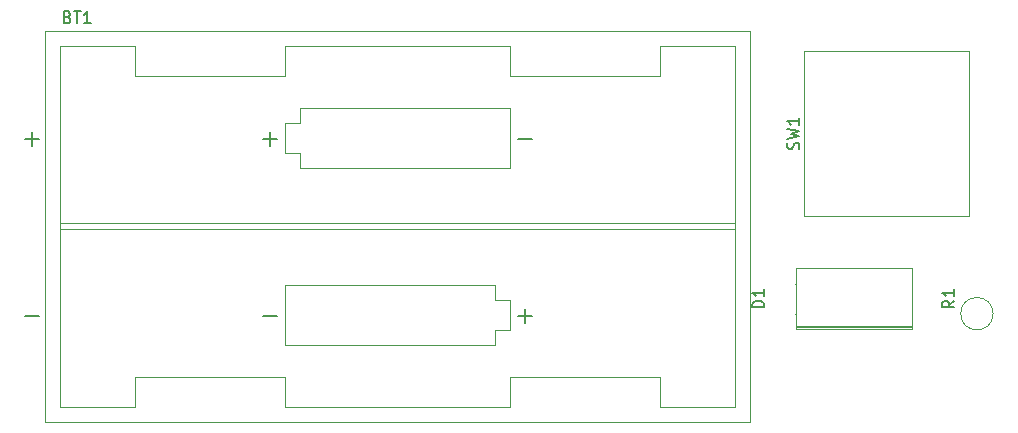
<source format=gbr>
G04 #@! TF.GenerationSoftware,KiCad,Pcbnew,5.0.0*
G04 #@! TF.CreationDate,2018-10-11T20:27:33+01:00*
G04 #@! TF.ProjectId,keyboard1,6B6579626F617264312E6B696361645F,rev?*
G04 #@! TF.SameCoordinates,Original*
G04 #@! TF.FileFunction,Legend,Top*
G04 #@! TF.FilePolarity,Positive*
%FSLAX46Y46*%
G04 Gerber Fmt 4.6, Leading zero omitted, Abs format (unit mm)*
G04 Created by KiCad (PCBNEW 5.0.0) date Thu Oct 11 20:27:33 2018*
%MOMM*%
%LPD*%
G01*
G04 APERTURE LIST*
%ADD10C,0.120000*%
%ADD11C,0.150000*%
G04 APERTURE END LIST*
D10*
G04 #@! TO.C,BT1*
X83690000Y-58700001D02*
X83690000Y-25580001D01*
X23980000Y-58700001D02*
X83690000Y-58700001D01*
X23980000Y-25580001D02*
X23980000Y-58700001D01*
X83690000Y-25580001D02*
X23980000Y-25580001D01*
X44295000Y-52175001D02*
X44295000Y-47095001D01*
X44295000Y-47095001D02*
X62075000Y-47095001D01*
X62075000Y-47095001D02*
X62075000Y-48365001D01*
X62075000Y-48365001D02*
X63345000Y-48365001D01*
X63345000Y-48365001D02*
X63345000Y-50905001D01*
X63345000Y-50905001D02*
X62075000Y-50905001D01*
X62075000Y-50905001D02*
X62075000Y-52175001D01*
X62075000Y-52175001D02*
X44295000Y-52175001D01*
X63345000Y-33375001D02*
X63345000Y-37185001D01*
X63345000Y-37185001D02*
X45565000Y-37185001D01*
X45565000Y-37185001D02*
X45565000Y-35915001D01*
X45565000Y-35915001D02*
X44295000Y-35915001D01*
X44295000Y-35915001D02*
X44295000Y-33375001D01*
X44295000Y-33375001D02*
X45565000Y-33375001D01*
X45565000Y-33375001D02*
X45565000Y-32105001D01*
X45565000Y-32105001D02*
X63345000Y-32105001D01*
X63345000Y-32105001D02*
X63345000Y-33375001D01*
X25250000Y-41886001D02*
X82420000Y-41886001D01*
X82420000Y-42394001D02*
X25250000Y-42394001D01*
X44295000Y-54890001D02*
X44295000Y-57430001D01*
X44295000Y-57430001D02*
X63345000Y-57430001D01*
X63345000Y-57430001D02*
X63345000Y-54890001D01*
X76045000Y-29390001D02*
X63345000Y-29390001D01*
X63345000Y-29390001D02*
X63345000Y-26850001D01*
X63345000Y-26850001D02*
X44295000Y-26850001D01*
X44295000Y-26850001D02*
X44295000Y-29390001D01*
X76045000Y-54890001D02*
X63345000Y-54890001D01*
X31595000Y-29390001D02*
X44295000Y-29390001D01*
X31595000Y-29390001D02*
X31595000Y-26850001D01*
X31595000Y-26850001D02*
X25250000Y-26850001D01*
X25250000Y-26850001D02*
X25250000Y-57430001D01*
X25250000Y-57430001D02*
X31595000Y-57430001D01*
X31595000Y-57430001D02*
X31595000Y-54890001D01*
X31595000Y-54890001D02*
X44295000Y-54890001D01*
X82420000Y-26850001D02*
X76045000Y-26850001D01*
X76045000Y-26850001D02*
X76045000Y-29390001D01*
X82420000Y-26850001D02*
X82420000Y-57430001D01*
X82420000Y-57430001D02*
X76045000Y-57430001D01*
X76045000Y-57430001D02*
X76045000Y-54890001D01*
G04 #@! TO.C,D1*
X87570000Y-50820000D02*
X97390000Y-50820000D01*
X97390000Y-50820000D02*
X97390000Y-45700000D01*
X97390000Y-45700000D02*
X87570000Y-45700000D01*
X87570000Y-45700000D02*
X87570000Y-50820000D01*
X87570000Y-50700000D02*
X97390000Y-50700000D01*
X87570000Y-50580000D02*
X97390000Y-50580000D01*
X87440000Y-49530000D02*
X87570000Y-49530000D01*
X87570000Y-49530000D02*
X87570000Y-49530000D01*
X87570000Y-49530000D02*
X87440000Y-49530000D01*
X87440000Y-49530000D02*
X87440000Y-49530000D01*
X87440000Y-46990000D02*
X87570000Y-46990000D01*
X87570000Y-46990000D02*
X87570000Y-46990000D01*
X87570000Y-46990000D02*
X87440000Y-46990000D01*
X87440000Y-46990000D02*
X87440000Y-46990000D01*
G04 #@! TO.C,R1*
X104240000Y-49530000D02*
G75*
G03X104240000Y-49530000I-1370000J0D01*
G01*
X102870000Y-48160000D02*
X102870000Y-48090000D01*
G04 #@! TO.C,SW1*
X88265000Y-41275000D02*
X88265000Y-27305000D01*
X88265000Y-27305000D02*
X102235000Y-27305000D01*
X102235000Y-27305000D02*
X102235000Y-41275000D01*
X102235000Y-41275000D02*
X88265000Y-41275000D01*
G04 #@! TO.C,BT1*
D11*
X25884285Y-24413572D02*
X26027142Y-24461191D01*
X26074761Y-24508810D01*
X26122380Y-24604048D01*
X26122380Y-24746905D01*
X26074761Y-24842143D01*
X26027142Y-24889762D01*
X25931904Y-24937381D01*
X25550952Y-24937381D01*
X25550952Y-23937381D01*
X25884285Y-23937381D01*
X25979523Y-23985001D01*
X26027142Y-24032620D01*
X26074761Y-24127858D01*
X26074761Y-24223096D01*
X26027142Y-24318334D01*
X25979523Y-24365953D01*
X25884285Y-24413572D01*
X25550952Y-24413572D01*
X26408095Y-23937381D02*
X26979523Y-23937381D01*
X26693809Y-24937381D02*
X26693809Y-23937381D01*
X27836666Y-24937381D02*
X27265238Y-24937381D01*
X27550952Y-24937381D02*
X27550952Y-23937381D01*
X27455714Y-24080239D01*
X27360476Y-24175477D01*
X27265238Y-24223096D01*
X64043571Y-34752143D02*
X65186428Y-34752143D01*
X42453571Y-34752143D02*
X43596428Y-34752143D01*
X43025000Y-35323572D02*
X43025000Y-34180715D01*
X64043571Y-49742143D02*
X65186428Y-49742143D01*
X64615000Y-50313572D02*
X64615000Y-49170715D01*
X42453571Y-49742143D02*
X43596428Y-49742143D01*
X22288571Y-34752143D02*
X23431428Y-34752143D01*
X22860000Y-35323572D02*
X22860000Y-34180715D01*
X22288571Y-49742143D02*
X23431428Y-49742143D01*
G04 #@! TO.C,D1*
X84852380Y-48998095D02*
X83852380Y-48998095D01*
X83852380Y-48760000D01*
X83900000Y-48617142D01*
X83995238Y-48521904D01*
X84090476Y-48474285D01*
X84280952Y-48426666D01*
X84423809Y-48426666D01*
X84614285Y-48474285D01*
X84709523Y-48521904D01*
X84804761Y-48617142D01*
X84852380Y-48760000D01*
X84852380Y-48998095D01*
X84852380Y-47474285D02*
X84852380Y-48045714D01*
X84852380Y-47760000D02*
X83852380Y-47760000D01*
X83995238Y-47855238D01*
X84090476Y-47950476D01*
X84138095Y-48045714D01*
G04 #@! TO.C,R1*
X100952380Y-48426666D02*
X100476190Y-48760000D01*
X100952380Y-48998095D02*
X99952380Y-48998095D01*
X99952380Y-48617142D01*
X100000000Y-48521904D01*
X100047619Y-48474285D01*
X100142857Y-48426666D01*
X100285714Y-48426666D01*
X100380952Y-48474285D01*
X100428571Y-48521904D01*
X100476190Y-48617142D01*
X100476190Y-48998095D01*
X100952380Y-47474285D02*
X100952380Y-48045714D01*
X100952380Y-47760000D02*
X99952380Y-47760000D01*
X100095238Y-47855238D01*
X100190476Y-47950476D01*
X100238095Y-48045714D01*
G04 #@! TO.C,SW1*
X87780761Y-35623333D02*
X87828380Y-35480476D01*
X87828380Y-35242380D01*
X87780761Y-35147142D01*
X87733142Y-35099523D01*
X87637904Y-35051904D01*
X87542666Y-35051904D01*
X87447428Y-35099523D01*
X87399809Y-35147142D01*
X87352190Y-35242380D01*
X87304571Y-35432857D01*
X87256952Y-35528095D01*
X87209333Y-35575714D01*
X87114095Y-35623333D01*
X87018857Y-35623333D01*
X86923619Y-35575714D01*
X86876000Y-35528095D01*
X86828380Y-35432857D01*
X86828380Y-35194761D01*
X86876000Y-35051904D01*
X86828380Y-34718571D02*
X87828380Y-34480476D01*
X87114095Y-34290000D01*
X87828380Y-34099523D01*
X86828380Y-33861428D01*
X87828380Y-32956666D02*
X87828380Y-33528095D01*
X87828380Y-33242380D02*
X86828380Y-33242380D01*
X86971238Y-33337619D01*
X87066476Y-33432857D01*
X87114095Y-33528095D01*
G04 #@! TD*
M02*

</source>
